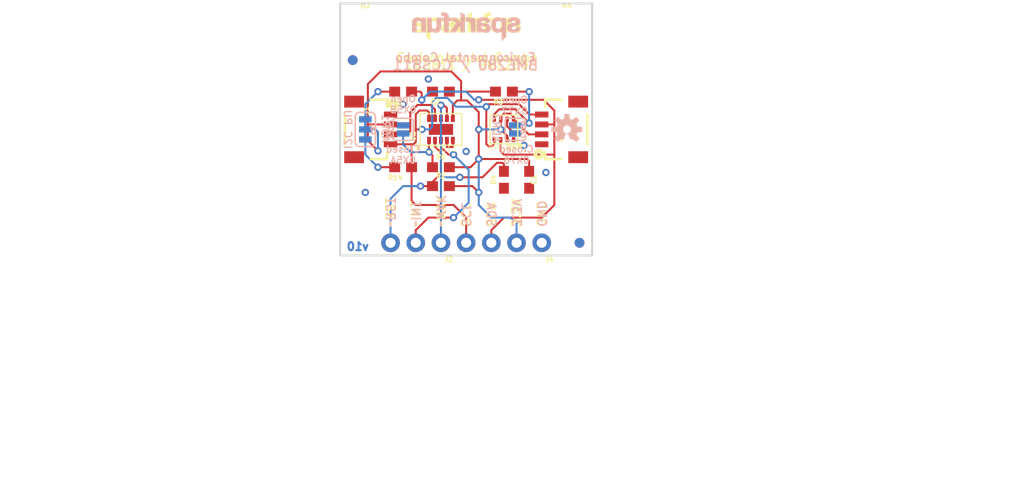
<source format=kicad_pcb>
(kicad_pcb (version 20211014) (generator pcbnew)
  (layers (0 "F.Cu" signal) (31 "B.Cu" signal) (34 "B.Paste" user) (35 "F.Paste" user) (36 "B.SilkS" user "B.Silkscreen") (37 "F.SilkS" user "F.Silkscreen") (38 "B.Mask" user) (39 "F.Mask" user) (44 "Edge.Cuts" user))
  (net 0 "")
  (net 1 "GND")
  (net 2 "SCL")
  (net 3 "SDA")
  (net 4 "3.3V")
  (net 5 "~{RST}")
  (net 6 "CCS811_ADDR")
  (net 7 "~{INT}")
  (net 8 "~{WAKE}")
  (net 9 "NTC_SENSE")
  (net 10 "N$4")
  (net 11 "N$5")
  (net 12 "SDO/ADR")
  (footprint "boardEagle:0603" (layer "F.Cu") (at 145.9611 108.8136)
    (fp_text reference "R6" (at 0 -0.762) (layer "F.SilkS") (effects (font (size 0.48768 0.48768) (thickness 0.12192)) (justify bottom)))
    (fp_text value "100k")
    (pad "1" smd rect (at -0.85 0) (size 1.1 1) (layers "F.Cu" "F.Paste" "F.Mask") (net 6 "CCS811_ADDR"))
    (pad "2" smd rect (at 0.85 0) (size 1.1 1) (layers "F.Cu" "F.Paste" "F.Mask") (net 4 "3.3V"))
  )
  (footprint "boardEagle:1X03_NO_SILK" (layer "F.Cu") (at 145.9611 116.4336 180)
    (fp_text reference "J2" (at -1.27 -1.397 180) (layer "F.SilkS") (effects (font (size 0.48768 0.48768) (thickness 0.12192)) (justify right top)))
    (fp_text value "CCS811 Options")
    (pad "1" thru_hole circle (at 0 0 270) (size 1.8796 1.8796) (drill 1.016) (layers *.Cu *.Mask) (net 8 "~{WAKE}"))
    (pad "2" thru_hole circle (at 2.54 0 270) (size 1.8796 1.8796) (drill 1.016) (layers *.Cu *.Mask) (net 7 "~{INT}"))
    (pad "3" thru_hole circle (at 5.08 0 270) (size 1.8796 1.8796) (drill 1.016) (layers *.Cu *.Mask) (net 5 "~{RST}"))
  )
  (footprint "boardEagle:FIDUCIAL-1X2" (layer "F.Cu") (at 159.9311 116.4336)
    (fp_text reference "FD2" hide)
    (fp_text value "FIDUCIAL1X2" hide)
    (pad "1" smd roundrect (at 0 0) (size 1 1) (layers "F.Cu" "F.Mask") (roundrect_rratio 0.5))
  )
  (footprint "boardEagle:STAND-OFF" (layer "F.Cu") (at 138.3411 94.8436)
    (fp_text reference "H2" (at 0 -2.032) (layer "F.SilkS") (effects (font (size 0.48768 0.48768) (thickness 0.12192)) (justify bottom)))
    (fp_text value "STAND-OFF")
    (pad "" np_thru_hole circle (at 0 0) (size 3.302 3.302) (drill 3.302) (layers *.Cu *.Mask))
  )
  (footprint "boardEagle:0603" (layer "F.Cu") (at 145.9611 110.7186)
    (fp_text reference "R2" (at 0 -0.762) (layer "F.SilkS") (effects (font (size 0.48768 0.48768) (thickness 0.12192)) (justify bottom)))
    (fp_text value "4.7k")
    (pad "1" smd rect (at -0.85 0) (size 1.1 1) (layers "F.Cu" "F.Paste" "F.Mask") (net 5 "~{RST}"))
    (pad "2" smd rect (at 0.85 0) (size 1.1 1) (layers "F.Cu" "F.Paste" "F.Mask") (net 4 "3.3V"))
  )
  (footprint "boardEagle:1X04_1MM_RA" (layer "F.Cu") (at 140.8811 105.0036 -90)
    (fp_text reference "J1" (at -1.397 2.159 -90) (layer "F.SilkS") (effects (font (size 0.48768 0.48768) (thickness 0.12192)) (justify left bottom)))
    (fp_text value "Qwiic Right Angle")
    (pad "1" smd rect (at -1.5 0 270) (size 0.6 1.35) (layers "F.Cu" "F.Paste" "F.Mask") (net 1 "GND"))
    (pad "2" smd rect (at -0.5 0 270) (size 0.6 1.35) (layers "F.Cu" "F.Paste" "F.Mask") (net 4 "3.3V"))
    (pad "3" smd rect (at 0.5 0 270) (size 0.6 1.35) (layers "F.Cu" "F.Paste" "F.Mask") (net 3 "SDA"))
    (pad "4" smd rect (at 1.5 0 270) (size 0.6 1.35) (layers "F.Cu" "F.Paste" "F.Mask") (net 2 "SCL"))
    (pad "NC1" smd rect (at 2.8 3.675 270) (size 1.2 2) (layers "F.Cu" "F.Paste" "F.Mask"))
    (pad "NC2" smd rect (at -2.8 3.675 270) (size 1.2 2) (layers "F.Cu" "F.Paste" "F.Mask"))
  )
  (footprint "boardEagle:LGA-8-2.5X2.5" (layer "F.Cu") (at 152.3111 105.0036 180)
    (fp_text reference "U3" (at -1.27 -1.524 180) (layer "F.SilkS") (effects (font (size 0.48768 0.48768) (thickness 0.12192)) (justify right top)))
    (fp_text value "BME280")
    (pad "1" smd rect (at -0.975 -1.025 270) (size 0.5 0.35) (layers "F.Cu" "F.Paste" "F.Mask") (net 1 "GND"))
    (pad "2" smd rect (at -0.325 -1.025 270) (size 0.5 0.35) (layers "F.Cu" "F.Paste" "F.Mask") (net 4 "3.3V"))
    (pad "3" smd rect (at 0.325 -1.025 270) (size 0.5 0.35) (layers "F.Cu" "F.Paste" "F.Mask") (net 3 "SDA"))
    (pad "4" smd rect (at 0.975 -1.025 270) (size 0.5 0.35) (layers "F.Cu" "F.Paste" "F.Mask") (net 2 "SCL"))
    (pad "5" smd rect (at 0.975 1.025 270) (size 0.5 0.35) (layers "F.Cu" "F.Paste" "F.Mask") (net 12 "SDO/ADR"))
    (pad "6" smd rect (at 0.325 1.025 270) (size 0.5 0.35) (layers "F.Cu" "F.Paste" "F.Mask") (net 4 "3.3V"))
    (pad "7" smd rect (at -0.325 1.025 270) (size 0.5 0.35) (layers "F.Cu" "F.Paste" "F.Mask") (net 1 "GND"))
    (pad "8" smd rect (at -0.975 1.025 270) (size 0.5 0.35) (layers "F.Cu" "F.Paste" "F.Mask") (net 4 "3.3V"))
  )
  (footprint "boardEagle:STAND-OFF" (layer "F.Cu") (at 158.6611 94.8436)
    (fp_text reference "H4" (at 0 -2.032) (layer "F.SilkS") (effects (font (size 0.48768 0.48768) (thickness 0.12192)) (justify bottom)))
    (fp_text value "STAND-OFF")
    (pad "" np_thru_hole circle (at 0 0) (size 3.302 3.302) (drill 3.302) (layers *.Cu *.Mask))
  )
  (footprint "boardEagle:0603" (layer "F.Cu") (at 142.1511 101.1936 180)
    (fp_text reference "R13" (at 0 -0.762 180) (layer "F.SilkS") (effects (font (size 0.48768 0.48768) (thickness 0.12192)) (justify right top)))
    (fp_text value "4.7k")
    (pad "1" smd rect (at -0.85 0 180) (size 1.1 1) (layers "F.Cu" "F.Paste" "F.Mask") (net 3 "SDA"))
    (pad "2" smd rect (at 0.85 0 180) (size 1.1 1) (layers "F.Cu" "F.Paste" "F.Mask") (net 10 "N$4"))
  )
  (footprint "boardEagle:FIDUCIAL-1X2" (layer "F.Cu") (at 137.0711 98.0186)
    (fp_text reference "FD1" hide)
    (fp_text value "FIDUCIAL1X2" hide)
    (pad "1" smd roundrect (at 0 0) (size 1 1) (layers "F.Cu" "F.Mask") (roundrect_rratio 0.5))
  )
  (footprint "boardEagle:0603" (layer "F.Cu") (at 145.9611 101.1936 180)
    (fp_text reference "C2" (at 0 -0.762 180) (layer "F.SilkS") (effects (font (size 0.48768 0.48768) (thickness 0.12192)) (justify right top)))
    (fp_text value "1.0uF")
    (pad "1" smd rect (at -0.85 0 180) (size 1.1 1) (layers "F.Cu" "F.Paste" "F.Mask") (net 4 "3.3V"))
    (pad "2" smd rect (at 0.85 0 180) (size 1.1 1) (layers "F.Cu" "F.Paste" "F.Mask") (net 1 "GND"))
  )
  (footprint "boardEagle:0603" (layer "F.Cu") (at 142.1511 108.8136 180)
    (fp_text reference "R14" (at 0 -0.762 180) (layer "F.SilkS") (effects (font (size 0.48768 0.48768) (thickness 0.12192)) (justify right top)))
    (fp_text value "4.7k")
    (pad "1" smd rect (at -0.85 0 180) (size 1.1 1) (layers "F.Cu" "F.Paste" "F.Mask") (net 2 "SCL"))
    (pad "2" smd rect (at 0.85 0 180) (size 1.1 1) (layers "F.Cu" "F.Paste" "F.Mask") (net 11 "N$5"))
  )
  (footprint "boardEagle:LGA10" (layer "F.Cu") (at 145.9611 105.0036 90)
    (fp_text reference "U2" (at -1.27 -2.54 90) (layer "F.SilkS") (effects (font (size 0.48768 0.48768) (thickness 0.12192)) (justify left bottom)))
    (fp_text value "CCS811")
    (pad "1" smd rect (at -1.1 -1.2 90) (size 0.7 0.4) (layers "F.Cu" "F.Paste" "F.Mask") (net 6 "CCS811_ADDR"))
    (pad "2" smd rect (at -1.1 -0.6 90) (size 0.7 0.4) (layers "F.Cu" "F.Paste" "F.Mask") (net 5 "~{RST}"))
    (pad "3" smd rect (at -1.1 0 90) (size 0.7 0.4) (layers "F.Cu" "F.Paste" "F.Mask") (net 7 "~{INT}"))
    (pad "4" smd rect (at -1.1 0.6 90) (size 0.7 0.4) (layers "F.Cu" "F.Paste" "F.Mask") (net 9 "NTC_SENSE"))
    (pad "5" smd rect (at -1.1 1.2 90) (size 0.7 0.4) (layers "F.Cu" "F.Paste" "F.Mask") (net 9 "NTC_SENSE"))
    (pad "6" smd rect (at 1.1 1.2 270) (size 0.7 0.4) (layers "F.Cu" "F.Paste" "F.Mask") (net 4 "3.3V"))
    (pad "7" smd rect (at 1.1 0.6 270) (size 0.7 0.4) (layers "F.Cu" "F.Paste" "F.Mask") (net 8 "~{WAKE}"))
    (pad "8" smd rect (at 1.1 0 270) (size 0.7 0.4) (layers "F.Cu" "F.Paste" "F.Mask"))
    (pad "9" smd rect (at 1.1 -0.6 270) (size 0.7 0.4) (layers "F.Cu" "F.Paste" "F.Mask") (net 3 "SDA"))
    (pad "10" smd rect (at 1.1 -1.2 270) (size 0.7 0.4) (layers "F.Cu" "F.Paste" "F.Mask") (net 2 "SCL"))
    (pad "EP" smd rect (at 0 0 90) (size 1.1 2.45) (layers "F.Cu") (net 1 "GND"))
  )
  (footprint "boardEagle:REVISION" (layer "F.Cu") (at 133.2611 141.8336)
    (fp_text reference "LOGO2" hide)
    (fp_text value "REVISION" hide)
  )
  (footprint "boardEagle:SFE_LOGO_NAME_.1" (layer "F.Cu") (at 142.5321 96.52635)
    (fp_text reference "LOGO1" hide)
    (fp_text value "SFE_LOGO_NAME.1_INCH" hide)
  )
  (footprint "boardEagle:1X04_1MM_RA" (layer "F.Cu") (at 156.1211 105.0036 90)
    (fp_text reference "J3" (at -1.397 2.159 90) (layer "F.SilkS") (effects (font (size 0.48768 0.48768) (thickness 0.12192)) (justify left bottom)))
    (fp_text value "Qwiic Right Angle")
    (pad "1" smd rect (at -1.5 0 90) (size 0.6 1.35) (layers "F.Cu" "F.Paste" "F.Mask") (net 1 "GND"))
    (pad "2" smd rect (at -0.5 0 90) (size 0.6 1.35) (layers "F.Cu" "F.Paste" "F.Mask") (net 4 "3.3V"))
    (pad "3" smd rect (at 0.5 0 90) (size 0.6 1.35) (layers "F.Cu" "F.Paste" "F.Mask") (net 3 "SDA"))
    (pad "4" smd rect (at 1.5 0 90) (size 0.6 1.35) (layers "F.Cu" "F.Paste" "F.Mask") (net 2 "SCL"))
    (pad "NC1" smd rect (at 2.8 3.675 90) (size 1.2 2) (layers "F.Cu" "F.Paste" "F.Mask"))
    (pad "NC2" smd rect (at -2.8 3.675 90) (size 1.2 2) (layers "F.Cu" "F.Paste" "F.Mask"))
  )
  (footprint "boardEagle:0603" (layer "F.Cu") (at 154.8511 110.0836 -90)
    (fp_text reference "C1" (at 0 -0.762 -90) (layer "F.SilkS") (effects (font (size 0.48768 0.48768) (thickness 0.12192)) (justify bottom)))
    (fp_text value "0.1uF")
    (pad "1" smd rect (at -0.85 0 270) (size 1.1 1) (layers "F.Cu" "F.Paste" "F.Mask") (net 4 "3.3V"))
    (pad "2" smd rect (at 0.85 0 270) (size 1.1 1) (layers "F.Cu" "F.Paste" "F.Mask") (net 1 "GND"))
  )
  (footprint "boardEagle:1X04_NO_SILK" (layer "F.Cu") (at 156.1211 116.4336 180)
    (fp_text reference "J4" (at -1.27 -1.397 180) (layer "F.SilkS") (effects (font (size 0.48768 0.48768) (thickness 0.12192)) (justify right top)))
    (fp_text value "PTH")
    (pad "1" thru_hole circle (at 0 0 270) (size 1.8796 1.8796) (drill 1.016) (layers *.Cu *.Mask) (net 1 "GND"))
    (pad "2" thru_hole circle (at 2.54 0 270) (size 1.8796 1.8796) (drill 1.016) (layers *.Cu *.Mask) (net 4 "3.3V"))
    (pad "3" thru_hole circle (at 5.08 0 270) (size 1.8796 1.8796) (drill 1.016) (layers *.Cu *.Mask) (net 3 "SDA"))
    (pad "4" thru_hole circle (at 7.62 0 270) (size 1.8796 1.8796) (drill 1.016) (layers *.Cu *.Mask) (net 2 "SCL"))
  )
  (footprint "boardEagle:CREATIVE_COMMONS" (layer "F.Cu") (at 121.8311 139.2936)
    (fp_text reference "FRAME1" hide)
    (fp_text value "FRAME-LETTER" hide)
  )
  (footprint "boardEagle:0603" (layer "F.Cu") (at 152.3111 101.1936 180)
    (fp_text reference "R3" (at 0 -0.762 180) (layer "F.SilkS") (effects (font (size 0.48768 0.48768) (thickness 0.12192)) (justify right top)))
    (fp_text value "100k")
    (pad "1" smd rect (at -0.85 0 180) (size 1.1 1) (layers "F.Cu" "F.Paste" "F.Mask") (net 12 "SDO/ADR"))
    (pad "2" smd rect (at 0.85 0 180) (size 1.1 1) (layers "F.Cu" "F.Paste" "F.Mask") (net 4 "3.3V"))
  )
  (footprint "boardEagle:0603" (layer "F.Cu") (at 152.3111 110.0836 90)
    (fp_text reference "R4" (at 0 -0.762 90) (layer "F.SilkS") (effects (font (size 0.48768 0.48768) (thickness 0.12192)) (justify bottom)))
    (fp_text value "100k")
    (pad "1" smd rect (at -0.85 0 90) (size 1.1 1) (layers "F.Cu" "F.Paste" "F.Mask") (net 1 "GND"))
    (pad "2" smd rect (at 0.85 0 90) (size 1.1 1) (layers "F.Cu" "F.Paste" "F.Mask") (net 8 "~{WAKE}"))
  )
  (footprint "boardEagle:SMT-JUMPER_3_2-NC_TRACE_SILK" (layer "B.Cu") (at 138.3411 105.0036 90)
    (fp_text reference "JP1" (at 0 1.143 270) (layer "B.SilkS") (effects (font (size 0.48768 0.48768) (thickness 0.12192)) (justify bottom mirror)))
    (fp_text value "")
    (fp_line (start 0 0) (end -1.016 0) (layer "B.Cu") (width 0.254))
    (fp_line (start 0 0) (end 1.016 0) (layer "B.Cu") (width 0.254))
    (pad "1" smd rect (at -1.016 0 90) (size 0.635 1.27) (layers "B.Cu" "B.Mask") (net 11 "N$5"))
    (pad "2" smd rect (at 0 0 90) (size 0.635 1.27) (layers "B.Cu" "B.Mask") (net 4 "3.3V"))
    (pad "3" smd rect (at 1.016 0 90) (size 0.635 1.27) (layers "B.Cu" "B.Mask") (net 10 "N$4"))
  )
  (footprint "boardEagle:SMT-JUMPER_2_NO_SILK" (layer "B.Cu") (at 153.4541 105.0036 90)
    (fp_text reference "ADR2" (at 0 1.143 270) (layer "B.SilkS") (effects (font (size 0.48768 0.48768) (thickness 0.12192)) (justify bottom mirror)))
    (fp_text value "")
    (pad "1" smd rect (at -0.4064 0 90) (size 0.635 1.27) (layers "B.Cu" "B.Mask") (net 1 "GND"))
    (pad "2" smd rect (at 0.4064 0 90) (size 0.635 1.27) (layers "B.Cu" "B.Mask") (net 12 "SDO/ADR"))
  )
  (footprint "boardEagle:OSHW-LOGO-S" (layer "B.Cu") (at 158.6611 105.0036 180)
    (fp_text reference "LOGO4" hide)
    (fp_text value "OSHW-LOGOS" hide)
  )
  (footprint "boardEagle:SFE_LOGO_NAME_.1" (layer "B.Cu") (at 154.4701 96.52635 180)
    (fp_text reference "LOGO3" hide)
    (fp_text value "SFE_LOGO_NAME.1_INCH" hide)
  )
  (footprint "boardEagle:FIDUCIAL-1X2" (layer "B.Cu") (at 137.0711 98.0186 180)
    (fp_text reference "FD4" hide)
    (fp_text value "FIDUCIAL1X2" hide)
    (pad "1" smd roundrect (at 0 0 180) (size 1 1) (layers "B.Cu" "B.Mask") (roundrect_rratio 0.5))
  )
  (footprint "boardEagle:FIDUCIAL-1X2" (layer "B.Cu") (at 159.9311 116.4336 180)
    (fp_text reference "FD3" hide)
    (fp_text value "FIDUCIAL1X2" hide)
    (pad "1" smd roundrect (at 0 0 180) (size 1 1) (layers "B.Cu" "B.Mask") (roundrect_rratio 0.5))
  )
  (footprint "boardEagle:SMT-JUMPER_2_NO_SILK" (layer "B.Cu") (at 142.1511 105.0036 -90)
    (fp_text reference "ADR1" (at 0 1.143 90) (layer "B.SilkS") (effects (font (size 0.48768 0.48768) (thickness 0.12192)) (justify bottom mirror)))
    (fp_text value "")
    (pad "1" smd rect (at -0.4064 0 270) (size 0.635 1.27) (layers "B.Cu" "B.Mask") (net 1 "GND"))
    (pad "2" smd rect (at 0.4064 0 270) (size 0.635 1.27) (layers "B.Cu" "B.Mask") (net 6 "CCS811_ADDR"))
  )
  (gr_line (start 135.8011 92.3036) (end 161.2011 92.3036) (layer "Edge.Cuts") (width 0.2032))
  (gr_line (start 135.8011 117.7036) (end 135.8011 92.3036) (layer "Edge.Cuts") (width 0.2032))
  (gr_line (start 161.2011 92.3036) (end 161.2011 117.7036) (layer "Edge.Cuts") (width 0.2032))
  (gr_line (start 161.2011 117.7036) (end 135.8011 117.7036) (layer "Edge.Cuts") (width 0.2032))
  (gr_text "v10" (at 137.5791 116.8146) (layer "B.Cu") (effects (font (size 0.8128 0.8128) (thickness 0.2032)) (justify mirror)))
  (gr_text "SCL" (at 148.5011 114.9096 -90) (layer "B.SilkS") (effects (font (size 0.8636 0.8636) (thickness 0.1524)) (justify left mirror)))
  (gr_text "~INT" (at 143.4211 114.9096 -90) (layer "B.SilkS") (effects (font (size 0.8636 0.8636) (thickness 0.1524)) (justify left mirror)))
  (gr_text "~RST" (at 140.8811 114.9096 -90) (layer "B.SilkS") (effects (font (size 0.8636 0.8636) (thickness 0.1524)) (justify left mirror)))
  (gr_text "Closed\n0X76" (at 153.5811 107.5436) (layer "B.SilkS") (effects (font (size 0.69088 0.69088) (thickness 0.12192)) (justify mirror)))
  (gr_text "GND" (at 156.1211 114.9096 -90) (layer "B.SilkS") (effects (font (size 0.8636 0.8636) (thickness 0.1524)) (justify left mirror)))
  (gr_text "Environmental Combo\n" (at 148.4249 97.7646) (layer "B.SilkS") (effects (font (size 0.8636 0.8636) (thickness 0.1524)) (justify mirror)))
  (gr_text "ADR2" (at 151.5491 104.8766 -90) (layer "B.SilkS") (effects (font (size 0.75565 0.75565) (thickness 0.13335)) (justify mirror)))
  (gr_text "Open\n0X5B" (at 142.1511 102.4636) (layer "B.SilkS") (effects (font (size 0.69088 0.69088) (thickness 0.12192)) (justify mirror)))
  (gr_text "~WAK" (at 145.9611 114.9096 -90) (layer "B.SilkS") (effects (font (size 0.8636 0.8636) (thickness 0.1524)) (justify left mirror)))
  (gr_text "SDA" (at 151.0411 114.9096 -90) (layer "B.SilkS") (effects (font (size 0.8636 0.8636) (thickness 0.1524)) (justify left mirror)))
  (gr_text "ADR1" (at 140.3731 104.8766 -90) (layer "B.SilkS") (effects (font (size 0.75565 0.75565) (thickness 0.13335)) (justify mirror)))
  (gr_text "3.3V" (at 153.5811 114.9096 -90) (layer "B.SilkS") (effects (font (size 0.8636 0.8636) (thickness 0.1524)) (justify left mirror)))
  (gr_text "BME280 / CCS811" (at 148.4249 98.5266) (layer "B.SilkS") (effects (font (size 1.025525 1.025525) (thickness 0.180975)) (justify mirror)))
  (gr_text "Open\n0X77" (at 154.7876 103.5431) (layer "B.SilkS") (effects (font (size 0.69088 0.69088) (thickness 0.12192)) (justify left bottom mirror)))
  (gr_text "Closed\n0X5A" (at 142.1511 107.5436) (layer "B.SilkS") (effects (font (size 0.69088 0.69088) (thickness 0.12192)) (justify mirror)))
  (gr_text "I2C PU" (at 136.5631 105.0036 -90) (layer "B.SilkS") (effects (font (size 0.75565 0.75565) (thickness 0.13335)) (justify mirror)))
  (gr_text "~RST" (at 140.8811 114.9096 90) (layer "F.SilkS") (effects (font (size 0.8636 0.8636) (thickness 0.1524)) (justify left)))
  (gr_text "SCL" (at 148.5011 114.9096 90) (layer "F.SilkS") (effects (font (size 0.8636 0.8636) (thickness 0.1524)) (justify left)))
  (gr_text "~WAK" (at 145.9611 114.9096 90) (layer "F.SilkS") (effects (font (size 0.8636 0.8636) (thickness 0.1524)) (justify left)))
  (gr_text "GND" (at 156.1211 114.9096 90) (layer "F.SilkS") (effects (font (size 0.8636 0.8636) (thickness 0.1524)) (justify left)))
  (gr_text "SDA" (at 151.0411 114.9096 90) (layer "F.SilkS") (effects (font (size 0.8636 0.8636) (thickness 0.1524)) (justify left)))
  (gr_text "~INT" (at 143.4211 114.9096 90) (layer "F.SilkS") (effects (font (size 0.8636 0.8636) (thickness 0.1524)) (justify left)))
  (gr_text "BME280" (at 150.6601 107.1626) (layer "F.SilkS") (effects (font (size 0.560832 0.560832) (thickness 0.048768)) (justify left bottom)))
  (gr_text "Environmental Combo\n" (at 148.6281 97.7646) (layer "F.SilkS") (effects (font (size 0.8636 0.8636) (thickness 0.1524))))
  (gr_text "3.3V" (at 153.5811 114.9096 90) (layer "F.SilkS") (effects (font (size 0.8636 0.8636) (thickness 0.1524)) (justify left)))
  (gr_text "CCS811 / BME280" (at 148.6281 98.5266) (layer "F.SilkS") (effects (font (size 0.8636 0.8636) (thickness 0.1524))))
  (gr_text "CCS811" (at 144.3101 107.2896) (layer "F.SilkS") (effects (font (size 0.560832 0.560832) (thickness 0.048768)) (justify left bottom)))
  (segment (start 152.6361 103.9786) (end 152.6286 103.9861) (width 0.2032) (layer "F.Cu") (net 1))
  (segment (start 153.3525 105.41) (end 153.4541 105.41) (width 0.2032) (layer "F.Cu") (net 1))
  (segment (start 152.6286 103.9861) (end 152.6286 104.6861) (width 0.2032) (layer "F.Cu") (net 1))
  (segment (start 152.6286 104.6861) (end 153.3525 105.41) (width 0.2032) (layer "F.Cu") (net 1))
  (via (at 142.1511 102.4636) (size 0.7366) (drill 0.381) (layers "F.Cu" "B.Cu") (net 1))
  (via (at 154.33675 106.6165) (size 0.7366) (drill 0.381) (layers "F.Cu" "B.Cu") (net 1))
  (via (at 138.3411 111.3536) (size 0.7366) (drill 0.381) (layers "F.Cu" "B.Cu") (net 1))
  (via (at 156.5402 109.347) (size 0.7366) (drill 0.381) (layers "F.Cu" "B.Cu") (net 1))
  (via (at 144.6911 99.9236) (size 0.7366) (drill 0.381) (layers "F.Cu" "B.Cu") (net 1))
  (via (at 148.5011 107.2261) (size 0.7366) (drill 0.381) (layers "F.Cu" "B.Cu") (net 1))
  (segment (start 143.4211 105.0036) (end 143.4211 103.4796) (width 0.2032) (layer "F.Cu") (net 2))
  (segment (start 156.1211 103.5036) (end 154.8751 103.5036) (width 0.2032) (layer "F.Cu") (net 2))
  (segment (start 143.0011 106.5036) (end 143.1911 106.5036) (width 0.2032) (layer "F.Cu") (net 2))
  (segment (start 150.7871 102.4636) (end 153.8351 102.4636) (width 0.2032) (layer "F.Cu") (net 2))
  (segment (start 151.06015 106.7308) (end 150.7998 106.7308) (width 0.2032) (layer "F.Cu") (net 2))
  (segment (start 143.4211 112.6236) (end 143.0011 112.2036) (width 0.2032) (layer "F.Cu") (net 2))
  (segment (start 147.2311 112.6236) (end 143.4211 112.6236) (width 0.2032) (layer "F.Cu") (net 2))
  (segment (start 153.8351 102.4636) (end 154.8751 103.5036) (width 0.2032) (layer "F.Cu") (net 2))
  (segment (start 140.8811 106.5036) (end 143.0011 106.5036) (width 0.2032) (layer "F.Cu") (net 2))
  (segment (start 143.0011 108.8136) (end 143.0011 106.5036) (width 0.2032) (layer "F.Cu") (net 2))
  (segment (start 150.5331 102.7176) (end 150.7871 102.4636) (width 0.2032) (layer "F.Cu") (net 2))
  (segment (start 143.4211 106.2736) (end 143.4211 105.0036) (width 0.2032) (layer "F.Cu") (net 2))
  (segment (start 150.5331 106.4641) (end 150.5331 102.7176) (width 0.2032) (layer "F.Cu") (net 2))
  (segment (start 150.7998 106.7308) (end 150.5331 106.4641) (width 0.2032) (layer "F.Cu") (net 2))
  (segment (start 143.0011 112.2036) (end 143.0011 108.8136) (width 0.2032) (layer "F.Cu") (net 2))
  (segment (start 143.1911 106.5036) (end 143.4211 106.2736) (width 0.2032) (layer "F.Cu") (net 2))
  (segment (start 144.5641 103.0986) (end 143.8021 103.0986) (width 0.2032) (layer "F.Cu") (net 2))
  (segment (start 144.0561 105.0036) (end 143.4211 105.0036) (width 0.2032) (layer "F.Cu") (net 2))
  (segment (start 148.5011 113.8936) (end 147.2311 112.6236) (width 0.2032) (layer "F.Cu") (net 2))
  (segment (start 151.3361 106.45485) (end 151.3361 106.0286) (width 0.2032) (layer "F.Cu") (net 2))
  (segment (start 144.7611 103.9036) (end 144.7611 103.2956) (width 0.2032) (layer "F.Cu") (net 2))
  (segment (start 151.3361 106.45485) (end 151.06015 106.7308) (width 0.2032) (layer "F.Cu") (net 2))
  (segment (start 148.5011 116.4336) (end 148.5011 113.8936) (width 0.2032) (layer "F.Cu") (net 2))
  (segment (start 143.8021 103.0986) (end 143.4211 103.4796) (width 0.2032) (layer "F.Cu") (net 2))
  (segment (start 144.7611 103.2956) (end 144.5641 103.0986) (width 0.2032) (layer "F.Cu") (net 2))
  (via (at 144.0561 105.0036) (size 0.7366) (drill 0.381) (layers "F.Cu" "B.Cu") (net 2))
  (via (at 150.5331 102.7176) (size 0.7366) (drill 0.381) (layers "F.Cu" "B.Cu") (net 2))
  (segment (start 145.4531 101.8286) (end 145.0721 102.2096) (width 0.2032) (layer "B.Cu") (net 2))
  (segment (start 145.0721 104.7496) (end 144.8181 105.0036) (width 0.2032) (layer "B.Cu") (net 2))
  (segment (start 147.4851 102.7176) (end 150.5331 102.7176) (width 0.2032) (layer "B.Cu") (net 2))
  (segment (start 145.0721 102.2096) (end 145.0721 104.7496) (width 0.2032) (layer "B.Cu") (net 2))
  (segment (start 144.8181 105.0036) (end 144.0561 105.0036) (width 0.2032) (layer "B.Cu") (net 2))
  (segment (start 146.5961 101.8286) (end 145.4531 101.8286) (width 0.2032) (layer "B.Cu") (net 2))
  (segment (start 146.5961 101.8286) (end 147.4851 102.7176) (width 0.2032) (layer "B.Cu") (net 2))
  (segment (start 151.9861 107.2186) (end 152.3111 107.5436) (width 0.2032) (layer "F.Cu") (net 3))
  (segment (start 152.3111 107.5436) (end 157.3911 107.5436) (width 0.2032) (layer "F.Cu") (net 3))
  (segment (start 144.9039 102.5398) (end 144.0307 102.5398) (width 0.2032) (layer "F.Cu") (net 3))
  (segment (start 144.02435 101.35235) (end 144.02435 102.02545) (width 0.2032) (layer "F.Cu") (net 3))
  (segment (start 143.5989 102.5398) (end 142.8741 103.2646) (width 0.2032) (layer "F.Cu") (net 3))
  (segment (start 157.3911 103.0986) (end 157.3911 104.4956) (width 0.2032) (layer "F.Cu") (net 3))
  (segment (start 145.3611 102.997) (end 145.3611 103.9036) (width 0.2032) (layer "F.Cu") (net 3))
  (segment (start 140.8811 105.5036) (end 142.5909 105.5036) (width 0.2032) (layer "F.Cu") (net 3))
  (segment (start 157.3911 107.5436) (end 157.3911 112.6236) (width 0.2032) (layer "F.Cu") (net 3))
  (segment (start 144.0307 102.5398) (end 143.5989 102.5398) (width 0.2032) (layer "F.Cu") (net 3))
  (segment (start 144.0307 102.0318) (end 144.0307 102.5398) (width 0.2032) (layer "F.Cu") (net 3))
  (segment (start 142.8741 105.2204) (end 142.5909 105.5036) (width 0.2032) (layer "F.Cu") (net 3))
  (segment (start 157.3831 104.5036) (end 157.3911 104.4956) (width 0.2032) (layer "F.Cu") (net 3))
  (segment (start 143.8656 101.1936) (end 144.02435 101.35235) (width 0.2032) (layer "F.Cu") (net 3))
  (segment (start 145.3611 102.997) (end 144.9039 102.5398) (width 0.2032) (layer "F.Cu") (net 3))
  (segment (start 143.0011 101.1936) (end 143.8656 101.1936) (width 0.2032) (layer "F.Cu") (net 3))
  (segment (start 157.3911 112.6236) (end 156.1211 113.8936) (width 0.2032) (layer "F.Cu") (net 3))
  (segment (start 156.3116 102.0191) (end 157.3911 103.0986) (width 0.2032) (layer "F.Cu") (net 3))
  (segment (start 152.3111 113.8936) (end 151.0411 115.1636) (width 0.2032) (layer "F.Cu") (net 3))
  (segment (start 151.9861 106.0286) (end 151.9861 107.2186) (width 0.2032) (layer "F.Cu") (net 3))
  (segment (start 156.1211 104.5036) (end 157.3831 104.5036) (width 0.2032) (layer "F.Cu") (net 3))
  (segment (start 157.3911 104.4956) (end 157.3911 107.5436) (width 0.2032) (layer "F.Cu") (net 3))
  (segment (start 142.8741 103.2646) (end 142.8741 105.2204) (width 0.2032) (layer "F.Cu") (net 3))
  (segment (start 151.0411 115.1636) (end 151.0411 116.4336) (width 0.2032) (layer "F.Cu") (net 3))
  (segment (start 156.1211 113.8936) (end 152.3111 113.8936) (width 0.2032) (layer "F.Cu") (net 3))
  (segment (start 144.02435 102.02545) (end 144.0307 102.0318) (width 0.2032) (layer "F.Cu") (net 3))
  (segment (start 149.7711 102.0191) (end 156.3116 102.0191) (width 0.2032) (layer "F.Cu") (net 3))
  (via (at 149.7711 102.0191) (size 0.7366) (drill 0.381) (layers "F.Cu" "B.Cu") (net 3))
  (via (at 144.0307 102.0318) (size 0.7366) (drill 0.381) (layers "F.Cu" "B.Cu") (net 3))
  (segment (start 149.7711 102.0191) (end 149.3266 102.0191) (width 0.2032) (layer "B.Cu") (net 3))
  (segment (start 149.3266 102.0191) (end 148.5011 101.1936) (width 0.2032) (layer "B.Cu") (net 3))
  (segment (start 144.8689 101.1936) (end 144.0307 102.0318) (width 0.2032) (layer "B.Cu") (net 3))
  (segment (start 148.5011 101.1936) (end 144.8689 101.1936) (width 0.2032) (layer "B.Cu") (net 3))
  (segment (start 152.9461 103.4161) (end 153.2861 103.7561) (width 0.2032) (layer "F.Cu") (net 4))
  (segment (start 149.1361 110.7186) (end 149.7711 111.3536) (width 0.2032) (layer "F.Cu") (net 4))
  (segment (start 149.7711 107.9881) (end 148.9456 108.8136) (width 0.2032) (layer "F.Cu") (net 4))
  (segment (start 152.6361 105.6461) (end 152.6361 106.0286) (width 0.2032) (layer "F.Cu") (net 4))
  (segment (start 149.7711 105.0036) (end 149.7711 103.25735) (width 0.2032) (layer "F.Cu") (net 4))
  (segment (start 147.9296 101.1936) (end 146.8111 101.1936) (width 0.2032) (layer "F.Cu") (net 4))
  (segment (start 148.02485 101.1936) (end 147.9296 101.1936) (width 0.2032) (layer "F.Cu") (net 4))
  (segment (start 148.9456 108.8136) (end 146.8111 108.8136) (width 0.2032) (layer "F.Cu") (net 4))
  (segment (start 138.5951 104.5036) (end 138.5951 106.1466) (width 0.2032) (layer "F.Cu") (net 4))
  (segment (start 147.9931 101.16185) (end 148.02485 101.1936) (width 0.2032) (layer "F.Cu") (net 4))
  (segment (start 149.7711 105.0036) (end 149.7711 107.9881) (width 0.2032) (layer "F.Cu") (net 4))
  (segment (start 154.8511 109.2336) (end 154.8511 108.1786) (width 0.2032) (layer "F.Cu") (net 4))
  (segment (start 138.5951 106.1466) (end 139.6111 107.1626) (width 0.2032) (layer "F.Cu") (net 4))
  (segment (start 147.9931 101.2571) (end 147.9296 101.1936) (width 0.2032) (layer "F.Cu") (net 4))
  (segment (start 154.6606 107.9881) (end 149.7711 107.9881) (width 0.2032) (layer "F.Cu") (net 4))
  (segment (start 138.5951 104.5036) (end 140.8811 104.5036) (width 0.2032) (layer "F.Cu") (net 4))
  (segment (start 151.9936 105.0036) (end 152.6361 105.6461) (width 0.2032) (layer "F.Cu") (net 4))
  (segment (start 151.9861 103.9786) (end 151.9936 103.9711) (width 0.2032) (layer "F.Cu") (net 4))
  (segment (start 153.2861 103.7561) (end 153.2861 103.9786) (width 0.2032) (layer "F.Cu") (net 4))
  (segment (start 148.59635 102.0826) (end 147.9931 102.0826) (width 0.2032) (layer "F.Cu") (net 4))
  (segment (start 151.9936 103.9861) (end 151.9936 105.0036) (width 0.2032) (layer "F.Cu") (net 4))
  (segment (start 147.6121 102.0826) (end 147.1611 102.5336) (width 0.2032) (layer "F.Cu") (net 4))
  (segment (start 146.8111 110.7186) (end 149.1361 110.7186) (width 0.2032) (layer "F.Cu") (net 4))
  (segment (start 151.9936 103.7336) (end 152.3111 103.4161) (width 0.2032) (layer "F.Cu") (net 4))
  (segment (start 147.1611 103.9036) (end 147.1611 102.5336) (width 0.2032) (layer "F.Cu") (net 4))
  (segment (start 154.8111 105.5036) (end 153.2861 103.9786) (width 0.2032) (layer "F.Cu") (net 4))
  (segment (start 151.4611 101.1936) (end 148.02485 101.1936) (width 0.2032) (layer "F.Cu") (net 4))
  (segment (start 151.9861 103.9786) (end 151.9936 103.9861) (width 0.2032) (layer "F.Cu") (net 4))
  (segment (start 147.00885 99.1616) (end 139.8651 99.1616) (width 0.2032) (layer "F.Cu") (net 4))
  (segment (start 154.8511 108.1786) (end 154.6606 107.9881) (width 0.2032) (layer "F.Cu") (net 4))
  (segment (start 147.9931 102.0826) (end 147.6121 102.0826) (width 0.2032) (layer "F.Cu") (net 4))
  (segment (start 147.00885 99.1616) (end 147.9931 100.14585) (width 0.2032) (layer "F.Cu") (net 4))
  (segment (start 147.9931 100.14585) (end 147.9931 101.16185) (width 0.2032) (layer "F.Cu") (net 4))
  (segment (start 147.9931 102.0826) (end 147.9931 101.2571) (width 0.2032) (layer "F.Cu") (net 4))
  (segment (start 138.5951 100.4316) (end 138.5951 104.5036) (width 0.2032) (layer "F.Cu") (net 4))
  (segment (start 156.1211 105.5036) (end 154.8111 105.5036) (width 0.2032) (layer "F.Cu") (net 4))
  (segment (start 152.3111 103.4161) (end 152.9461 103.4161) (width 0.2032) (layer "F.Cu") (net 4))
  (segment (start 149.7711 103.25735) (end 148.59635 102.0826) (width 0.2032) (layer "F.Cu") (net 4))
  (segment (start 139.8651 99.1616) (end 138.5951 100.4316) (width 0.2032) (layer "F.Cu") (net 4))
  (segment (start 152.6361 106.0286) (end 152.6286 106.0211) (width 0.2032) (layer "F.Cu") (net 4))
  (segment (start 151.9936 103.9711) (end 151.9936 103.7336) (width 0.2032) (layer "F.Cu") (net 4))
  (via (at 151.9936 105.0036) (size 0.7366) (drill 0.381) (layers "F.Cu" "B.Cu") (net 4))
  (via (at 139.6111 107.1626) (size 0.7366) (drill 0.381) (layers "F.Cu" "B.Cu") (net 4))
  (via (at 149.7711 105.0036) (size 0.7366) (drill 0.381) (layers "F.Cu" "B.Cu") (net 4))
  (via (at 149.7711 111.3536) (size 0.7366) (drill 0.381) (layers "F.Cu" "B.Cu") (net 4))
  (via (at 149.7711 107.9881) (size 0.7366) (drill 0.381) (layers "F.Cu" "B.Cu") (net 4))
  (segment (start 153.5811 114.5286) (end 153.5811 116.4336) (width 0.2032) (layer "B.Cu") (net 4))
  (segment (start 139.6111 105.2576) (end 139.3571 105.0036) (width 0.2032) (layer "B.Cu") (net 4))
  (segment (start 149.7711 111.3536) (end 149.7711 107.9881) (width 0.2032) (layer "B.Cu") (net 4))
  (segment (start 139.3571 105.0036) (end 138.3411 105.0036) (width 0.2032) (layer "B.Cu") (net 4))
  (segment (start 149.7711 105.0036) (end 151.9936 105.0036) (width 0.2032) (layer "B.Cu") (net 4))
  (segment (start 151.0411 113.8936) (end 149.7711 112.6236) (width 0.2032) (layer "B.Cu") (net 4))
  (segment (start 139.6111 107.1626) (end 139.6111 105.2576) (width 0.2032) (layer "B.Cu") (net 4))
  (segment (start 152.9461 113.8936) (end 153.5811 114.5286) (width 0.2032) (layer "B.Cu") (net 4))
  (segment (start 149.7711 112.6236) (end 149.7711 111.3536) (width 0.2032) (layer "B.Cu") (net 4))
  (segment (start 152.9461 113.8936) (end 151.0411 113.8936) (width 0.2032) (layer "B.Cu") (net 4))
  (segment (start 145.1111 110.7186) (end 145.1111 110.2986) (width 0.2032) (layer "F.Cu") (net 5))
  (segment (start 145.1111 110.7186) (end 143.9037 110.7186) (width 0.2032) (layer "F.Cu") (net 5))
  (segment (start 145.9611 107.3404) (end 145.9611 109.4486) (width 0.2032) (layer "F.Cu") (net 5))
  (segment (start 145.1111 110.2986) (end 145.9611 109.4486) (width 0.2032) (layer "F.Cu") (net 5))
  (segment (start 145.9611 107.3404) (end 145.3611 106.7404) (width 0.2032) (layer "F.Cu") (net 5))
  (segment (start 145.3611 106.1036) (end 145.3611 106.7404) (width 0.2032) (layer "F.Cu") (net 5))
  (via (at 143.9037 110.7186) (size 0.7366) (drill 0.381) (layers "F.Cu" "B.Cu") (net 5))
  (segment (start 140.8811 111.9886) (end 140.8811 116.4336) (width 0.2032) (layer "B.Cu") (net 5))
  (segment (start 143.9037 110.7186) (end 142.1511 110.7186) (width 0.2032) (layer "B.Cu") (net 5))
  (segment (start 142.1511 110.7186) (end 140.8811 111.9886) (width 0.2032) (layer "B.Cu") (net 5))
  (segment (start 144.7673 107.2896) (end 145.1111 107.6334) (width 0.2032) (layer "F.Cu") (net 6))
  (segment (start 145.1111 108.8136) (end 145.1111 107.6334) (width 0.2032) (layer "F.Cu") (net 6))
  (segment (start 144.7673 107.2896) (end 144.7611 107.2834) (width 0.2032) (layer "F.Cu") (net 6))
  (segment (start 144.7611 107.2834) (end 144.7611 106.1036) (width 0.2032) (layer "F.Cu") (net 6))
  (via (at 144.7673 107.2896) (size 0.7366) (drill 0.381) (layers "F.Cu" "B.Cu") (net 6))
  (segment (start 142.9131 107.2896) (end 144.7673 107.2896) (width 0.2032) (layer "B.Cu") (net 6))
  (segment (start 142.1511 105.41) (end 142.1511 106.5276) (width 0.2032) (layer "B.Cu") (net 6))
  (segment (start 142.1511 106.5276) (end 142.9131 107.2896) (width 0.2032) (layer "B.Cu") (net 6))
  (segment (start 145.9611 106.7816) (end 146.7231 107.5436) (width 0.2032) (layer "F.Cu") (net 7))
  (segment (start 144.6911 113.8936) (end 143.4211 115.1636) (width 0.2032) (layer "F.Cu") (net 7))
  (segment (start 145.9611 106.1036) (end 145.9611 106.7816) (width 0.2032) (layer "F.Cu") (net 7))
  (segment (start 146.7231 107.5436) (end 147.2311 107.5436) (width 0.2032) (layer "F.Cu") (net 7))
  (segment (start 147.2311 113.8936) (end 144.6911 113.8936) (width 0.2032) (layer "F.Cu") (net 7))
  (segment (start 143.4211 115.1636) (end 143.4211 116.4336) (width 0.2032) (layer "F.Cu") (net 7))
  (via (at 147.2311 113.8936) (size 0.7366) (drill 0.381) (layers "F.Cu" "B.Cu") (net 7))
  (via (at 147.2311 107.5436) (size 0.7366) (drill 0.381) (layers "F.Cu" "B.Cu") (net 7))
  (segment (start 147.2311 113.8936) (end 148.7551 112.3696) (width 0.2032) (layer "B.Cu") (net 7))
  (segment (start 148.7551 109.0676) (end 147.2311 107.5436) (width 0.2032) (layer "B.Cu") (net 7))
  (segment (start 148.7551 112.3696) (end 148.7551 109.0676) (width 0.2032) (layer "B.Cu") (net 7))
  (segment (start 152.3111 109.2336) (end 152.3111 108.52785) (width 0.2032) (layer "F.Cu") (net 8))
  (segment (start 147.8661 109.8296) (end 150.1521 109.8296) (width 0.2032) (layer "F.Cu") (net 8))
  (segment (start 146.2659 102.5652) (end 145.9611 102.5652) (width 0.2032) (layer "F.Cu") (net 8))
  (segment (start 145.9611 102.5652) (end 146.2151 102.5652) (width 0.2032) (layer "F.Cu") (net 8))
  (segment (start 152.3111 108.52785) (end 152.15235 108.3691) (width 0.2032) (layer "F.Cu") (net 8))
  (segment (start 152.15235 108.3691) (end 151.6126 108.3691) (width 0.2032) (layer "F.Cu") (net 8))
  (segment (start 146.5611 102.8604) (end 146.2659 102.5652) (width 0.2032) (layer "F.Cu") (net 8))
  (segment (start 151.6126 108.3691) (end 150.1521 109.8296) (width 0.2032) (layer "F.Cu") (net 8))
  (segment (start 146.5611 102.8604) (end 146.5611 103.9036) (width 0.2032) (layer "F.Cu") (net 8))
  (via (at 147.8661 109.8296) (size 0.7366) (drill 0.381) (layers "F.Cu" "B.Cu") (net 8))
  (via (at 145.9611 102.5652) (size 0.7366) (drill 0.381) (layers "F.Cu" "B.Cu") (net 8))
  (segment (start 147.8661 109.8296) (end 145.9611 109.8296) (width 0.2032) (layer "B.Cu") (net 8))
  (segment (start 145.9611 116.4336) (end 145.9611 109.8296) (width 0.2032) (layer "B.Cu") (net 8))
  (segment (start 145.9611 109.8296) (end 145.9611 102.5652) (width 0.2032) (layer "B.Cu") (net 8))
  (segment (start 147.1676 106.1036) (end 147.1611 106.1036) (width 0.2032) (layer "F.Cu") (net 9))
  (segment (start 146.5611 106.7816) (end 147.1676 106.7816) (width 0.2032) (layer "F.Cu") (net 9))
  (segment (start 147.1676 106.7816) (end 147.1676 106.1036) (width 0.2032) (layer "F.Cu") (net 9))
  (segment (start 146.5611 106.1036) (end 146.5611 106.7816) (width 0.2032) (layer "F.Cu") (net 9))
  (segment (start 139.6111 101.1936) (end 141.3011 101.1936) (width 0.2032) (layer "F.Cu") (net 10))
  (via (at 139.6111 101.1936) (size 0.7366) (drill 0.381) (layers "F.Cu" "B.Cu") (net 10))
  (segment (start 138.3411 102.4636) (end 138.3411 103.9876) (width 0.2032) (layer "B.Cu") (net 10))
  (segment (start 138.3411 102.4636) (end 139.6111 101.1936) (width 0.2032) (layer "B.Cu") (net 10))
  (segment (start 139.6111 108.8136) (end 141.3011 108.8136) (width 0.2032) (layer "F.Cu") (net 11))
  (via (at 139.6111 108.8136) (size 0.7366) (drill 0.381) (layers "F.Cu" "B.Cu") (net 11))
  (segment (start 138.3411 107.5436) (end 139.6111 108.8136) (width 0.2032) (layer "B.Cu") (net 11))
  (segment (start 138.3411 106.0196) (end 138.3411 107.5436) (width 0.2032) (layer "B.Cu") (net 11))
  (segment (start 153.4541 102.9716) (end 154.8511 104.3686) (width 0.2032) (layer "F.Cu") (net 12))
  (segment (start 153.1611 101.1936) (end 154.8511 101.1936) (width 0.2032) (layer "F.Cu") (net 12))
  (segment (start 151.83485 102.9716) (end 153.4541 102.9716) (width 0.2032) (layer "F.Cu") (net 12))
  (segment (start 151.3361 103.9786) (end 151.3361 103.47035) (width 0.2032) (layer "F.Cu") (net 12))
  (segment (start 151.3361 103.47035) (end 151.83485 102.9716) (width 0.2032) (layer "F.Cu") (net 12))
  (via (at 154.8511 104.3686) (size 0.7366) (drill 0.381) (layers "F.Cu" "B.Cu") (net 12))
  (via (at 154.8511 101.1936) (size 0.7366) (drill 0.381) (layers "F.Cu" "B.Cu") (net 12))
  (segment (start 153.46045 104.59085) (end 153.4541 104.5972) (width 0.2032) (layer "B.Cu") (net 12))
  (segment (start 154.8511 104.3686) (end 154.62885 104.59085) (width 0.2032) (layer "B.Cu") (net 12))
  (segment (start 154.62885 104.59085) (end 153.46045 104.59085) (width 0.2032) (layer "B.Cu") (net 12))
  (segment (start 154.8511 101.1936) (end 154.8511 104.3686) (width 0.2032) (layer "B.Cu") (net 12))
)
</source>
